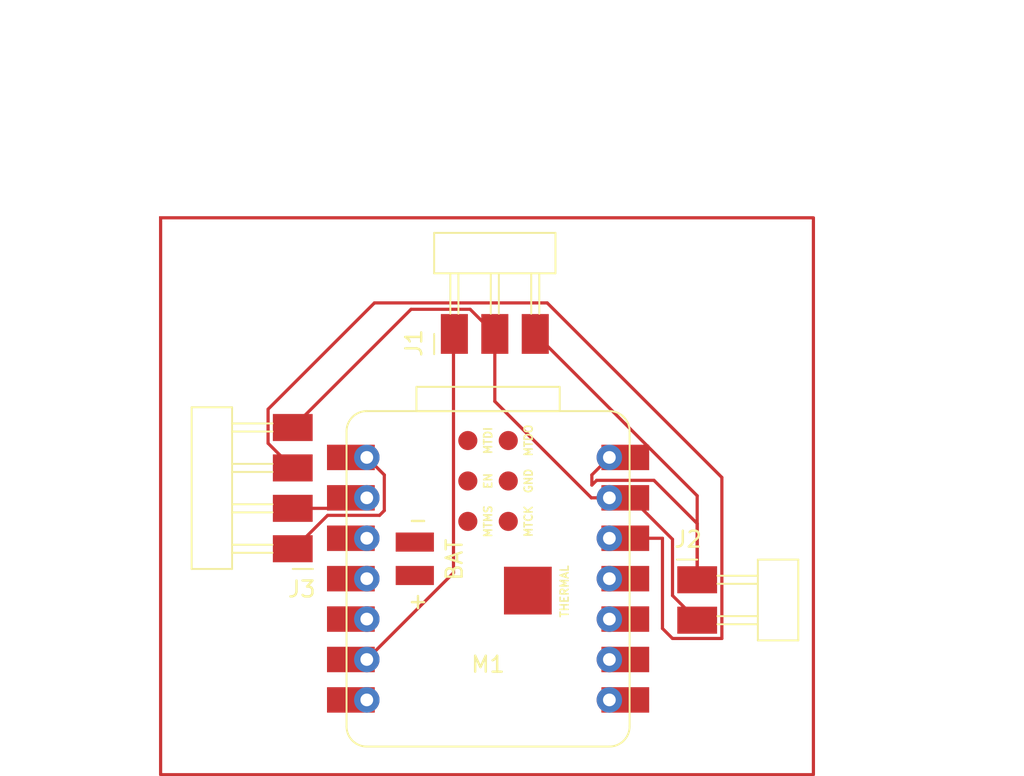
<source format=kicad_pcb>
(kicad_pcb (version 20240108) (generator "pcbnew") (generator_version "8.0")
  (layers (0 "F.Cu" signal) (31 "B.Cu" signal) (34 "B.Paste" user) (35 "F.Paste" user) (36 "B.SilkS" user "B.Silkscreen") (37 "F.SilkS" user "F.Silkscreen") (38 "B.Mask" user) (39 "F.Mask" user) (44 "Edge.Cuts" user))
  (net 0 "")
  (net 1 "PWR_GND")
  (net 2 "Net-(J1-Pin_1)")
  (net 3 "PWR_5V")
  (net 4 "Net-(J3-Pin_1)")
  (net 5 "Net-(J3-Pin_2)")
  (net 6 "PWR_3V3")
  (footprint "fab:SeeedStudio_XIAO_ESP32C3" (layer "F.Cu") (at 144.565 108.68)
    (property "Reference" "M1" (at 0 5.39 0) (layer "F.SilkS"))
    (property "Value" "Module_XIAO-ESP32C3")
    (fp_line (start -8.8875 9.281) (end -8.8875 -9.261) (stroke (width 0.12)) (layer "F.SilkS"))
    (fp_line (start -7.6175 -10.531) (end 7.6225 -10.531) (stroke (width 0.12)) (layer "F.SilkS"))
    (fp_line (start 7.6225 10.551) (end -7.6175 10.551) (stroke (width 0.12)) (layer "F.SilkS"))
    (fp_line (start 8.8925 -9.261) (end 8.8925 9.281) (stroke (width 0.12)) (layer "F.SilkS"))
    (fp_rect (start -4.4975 -10.531) (end 4.5025 -12.055) (stroke (width 0.12)) (fill none) (layer "F.SilkS"))
    (fp_arc (start -8.8875 -9.261) (mid -8.515526 -10.159026) (end -7.6175 -10.531) (stroke (width 0.12)) (layer "F.SilkS"))
    (fp_arc (start -7.6175 10.551) (mid -8.515526 10.179026) (end -8.8875 9.281) (stroke (width 0.12)) (layer "F.SilkS"))
    (fp_arc (start 7.6225 -10.531) (mid 8.520526 -10.159026) (end 8.8925 -9.261) (stroke (width 0.12)) (layer "F.SilkS"))
    (fp_arc (start 8.8925 9.281) (mid 8.520526 10.179026) (end 7.6225 10.551) (stroke (width 0.12)) (layer "F.SilkS"))
    (fp_text user "THERMAL" (at 4.8 0.8 90) (layer "F.SilkS") (effects (font (size 0.5 0.5) (thickness 0.1) (bold yes))))
    (fp_text user "BAT" (at -2.7 -1.2 90) (layer "F.SilkS") (effects (justify top)))
    (fp_text user "MTDI" (at 0 -8.68 90) (layer "F.SilkS") (effects (font (size 0.5 0.5) (thickness 0.1) (bold yes))))
    (fp_text user "MTDO" (at 2.54 -8.68 90) (layer "F.SilkS") (effects (font (size 0.5 0.5) (thickness 0.1) (bold yes))))
    (fp_text user "EN" (at 0 -6.14 90) (layer "F.SilkS") (effects (font (size 0.5 0.5) (thickness 0.1) (bold yes))))
    (fp_text user "-" (at -4.4 -3.7 0) (layer "F.SilkS"))
    (fp_text user "MTCK" (at 2.54 -3.6 90) (layer "F.SilkS") (effects (font (size 0.5 0.5) (thickness 0.1) (bold yes))))
    (fp_text user "+" (at -4.4 1.4 0) (layer "F.SilkS"))
    (fp_text user "MTMS" (at 0 -3.6 90) (layer "F.SilkS") (effects (font (size 0.5 0.5) (thickness 0.1) (bold yes))))
    (fp_text user "GND" (at 2.54 -6.14 90) (layer "F.SilkS") (effects (font (size 0.5 0.5) (thickness 0.1) (bold yes))))
    (pad "1" thru_hole circle (at -7.615 -7.62) (size 1.6 1.6) (drill 0.8) (layers "*.Cu" "*.Mask") (net 4 "Net-(J3-Pin_1)"))
    (pad "1" smd rect (at -7.615 -7.62) (size 3 1.6) (drill (offset -1 0)) (layers "F.Cu" "F.Paste" "F.Mask") (net 4 "Net-(J3-Pin_1)"))
    (pad "2" thru_hole circle (at -7.615 -5.08) (size 1.6 1.6) (drill 0.8) (layers "*.Cu" "*.Mask") (net 5 "Net-(J3-Pin_2)"))
    (pad "2" smd rect (at -7.615 -5.08) (size 3 1.6) (drill (offset -1 0)) (layers "F.Cu" "F.Paste" "F.Mask") (net 5 "Net-(J3-Pin_2)"))
    (pad "3" thru_hole circle (at -7.615 -2.54) (size 1.6 1.6) (drill 0.8) (layers "*.Cu" "*.Mask"))
    (pad "3" smd rect (at -7.615 -2.54) (size 3 1.6) (drill (offset -1 0)) (layers "F.Cu" "F.Paste" "F.Mask"))
    (pad "4" thru_hole circle (at -7.615 0) (size 1.6 1.6) (drill 0.8) (layers "*.Cu" "*.Mask"))
    (pad "4" smd rect (at -7.615 0) (size 3 1.6) (drill (offset -1 0)) (layers "F.Cu" "F.Paste" "F.Mask"))
    (pad "5" thru_hole circle (at -7.615 2.54) (size 1.6 1.6) (drill 0.8) (layers "*.Cu" "*.Mask"))
    (pad "5" smd rect (at -7.615 2.54) (size 3 1.6) (drill (offset -1 0)) (layers "F.Cu" "F.Paste" "F.Mask"))
    (pad "6" thru_hole circle (at -7.615 5.08) (size 1.6 1.6) (drill 0.8) (layers "*.Cu" "*.Mask") (net 2 "Net-(J1-Pin_1)"))
    (pad "6" smd rect (at -7.615 5.08) (size 3 1.6) (drill (offset -1 0)) (layers "F.Cu" "F.Paste" "F.Mask") (net 2 "Net-(J1-Pin_1)"))
    (pad "7" thru_hole circle (at -7.615 7.62) (size 1.6 1.6) (drill 0.8) (layers "*.Cu" "*.Mask"))
    (pad "7" smd rect (at -7.615 7.62) (size 3 1.6) (drill (offset -1 0)) (layers "F.Cu" "F.Paste" "F.Mask"))
    (pad "8" thru_hole circle (at 7.62 7.62) (size 1.6 1.6) (drill 0.8) (layers "*.Cu" "*.Mask"))
    (pad "8" smd rect (at 7.62 7.62) (size 3 1.6) (drill (offset 1 0)) (layers "F.Cu" "F.Paste" "F.Mask"))
    (pad "9" thru_hole circle (at 7.62 5.08) (size 1.6 1.6) (drill 0.8) (layers "*.Cu" "*.Mask"))
    (pad "9" smd rect (at 7.62 5.08) (size 3 1.6) (drill (offset 1 0)) (layers "F.Cu" "F.Paste" "F.Mask"))
    (pad "10" thru_hole circle (at 7.62 2.54) (size 1.6 1.6) (drill 0.8) (layers "*.Cu" "*.Mask"))
    (pad "10" smd rect (at 7.62 2.54) (size 3 1.6) (drill (offset 1 0)) (layers "F.Cu" "F.Paste" "F.Mask"))
    (pad "11" thru_hole circle (at 7.62 0) (size 1.6 1.6) (drill 0.8) (layers "*.Cu" "*.Mask"))
    (pad "11" smd rect (at 7.62 0) (size 3 1.6) (drill (offset 1 0)) (layers "F.Cu" "F.Paste" "F.Mask"))
    (pad "12" thru_hole circle (at 7.62 -2.54) (size 1.6 1.6) (drill 0.8) (layers "*.Cu" "*.Mask") (net 6 "PWR_3V3"))
    (pad "12" smd rect (at 7.62 -2.54) (size 3 1.6) (drill (offset 1 0)) (layers "F.Cu" "F.Paste" "F.Mask") (net 6 "PWR_3V3"))
    (pad "13" thru_hole circle (at 7.62 -5.08) (size 1.6 1.6) (drill 0.8) (layers "*.Cu" "*.Mask") (net 1 "PWR_GND"))
    (pad "13" smd rect (at 7.62 -5.08) (size 3 1.6) (drill (offset 1 0)) (layers "F.Cu" "F.Paste" "F.Mask") (net 1 "PWR_GND"))
    (pad "14" thru_hole circle (at 7.62 -7.62) (size 1.6 1.6) (drill 0.8) (layers "*.Cu" "*.Mask") (net 3 "PWR_5V"))
    (pad "14" smd rect (at 7.62 -7.62) (size 3 1.6) (drill (offset 1 0)) (layers "F.Cu" "F.Paste" "F.Mask") (net 3 "PWR_5V"))
    (pad "15" smd rect (at -4.6 -2.3) (size 2.4 1.2) (layers "F.Cu" "F.Paste" "F.Mask"))
    (pad "16" smd rect (at -4.6 -0.2) (size 2.4 1.2) (layers "F.Cu" "F.Paste" "F.Mask"))
    (pad "17" smd circle (at -1.27 -8.68) (size 1.2 1.2) (layers "F.Cu" "F.Paste" "F.Mask"))
    (pad "18" smd circle (at -1.27 -6.14) (size 1.2 1.2) (layers "F.Cu" "F.Paste" "F.Mask"))
    (pad "19" smd circle (at -1.27 -3.6) (size 1.2 1.2) (layers "F.Cu" "F.Paste" "F.Mask"))
    (pad "20" smd circle (at 1.27 -3.6) (size 1.2 1.2) (layers "F.Cu" "F.Paste" "F.Mask"))
    (pad "21" smd circle (at 1.27 -6.14) (size 1.2 1.2) (layers "F.Cu" "F.Paste" "F.Mask"))
    (pad "22" smd circle (at 1.27 -8.68) (size 1.2 1.2) (layers "F.Cu" "F.Paste" "F.Mask"))
    (pad "23" smd rect (at 2.5 0.75) (size 3 3) (layers "F.Cu" "F.Paste" "F.Mask"))
  )
  (footprint "fab:PinHeader_1x03_P2.54mm_Horizontal_SMD" (layer "F.Cu") (at 142.45 93.3 90)
    (property "Reference" "J1" (at -1.524 -2.54 -90) (layer "F.SilkS") (effects (justify left)))
    (property "Value" "Conn_PinHeader_1x03_P2.54mm_Horizontal_SMD")
    (fp_line (start 6.35 -1.27) (end 6.35 6.35) (stroke (width 0.12)) (layer "F.SilkS"))
    (fp_line (start 3.81 -1.27) (end 6.35 -1.27) (stroke (width 0.12)) (layer "F.SilkS"))
    (fp_line (start -1.27 -1.27) (end 0 -1.27) (stroke (width 0.12)) (layer "F.SilkS"))
    (fp_line (start 3.81 -0.254) (end 1.27 -0.254) (stroke (width 0.12)) (layer "F.SilkS"))
    (fp_line (start 3.81 0.254) (end 1.27 0.254) (stroke (width 0.12)) (layer "F.SilkS"))
    (fp_line (start 3.81 2.286) (end 1.27 2.286) (stroke (width 0.12)) (layer "F.SilkS"))
    (fp_line (start 3.81 2.794) (end 1.27 2.794) (stroke (width 0.12)) (layer "F.SilkS"))
    (fp_line (start 3.81 4.826) (end 1.27 4.826) (stroke (width 0.12)) (layer "F.SilkS"))
    (fp_line (start 3.81 5.334) (end 1.27 5.334) (stroke (width 0.12)) (layer "F.SilkS"))
    (fp_line (start 6.35 6.35) (end 3.81 6.35) (stroke (width 0.12)) (layer "F.SilkS"))
    (fp_line (start 3.81 6.35) (end 3.81 -1.27) (stroke (width 0.12)) (layer "F.SilkS"))
    (pad "1" smd rect (at 0 0 90) (size 2.5 1.7) (layers "F.Cu" "F.Paste" "F.Mask") (net 2 "Net-(J1-Pin_1)"))
    (pad "2" smd rect (at 0 2.54 90) (size 2.5 1.7) (layers "F.Cu" "F.Paste" "F.Mask") (net 1 "PWR_GND"))
    (pad "3" smd rect (at 0 5.08 90) (size 2.5 1.7) (layers "F.Cu" "F.Paste" "F.Mask") (net 3 "PWR_5V"))
  )
  (footprint "fab:PinHeader_1x04_P2.54mm_Horizontal_SMD" (layer "F.Cu") (at 132.3 106.8 180)
    (property "Reference" "J3" (at -1.524 -2.54 180) (layer "F.SilkS") (effects (justify right)))
    (property "Value" "Conn_PinHeader_1x04_P2.54mm_Horizontal_SMD")
    (fp_line (start 6.35 8.89) (end 3.81 8.89) (stroke (width 0.12)) (layer "F.SilkS"))
    (fp_line (start 6.35 -1.27) (end 6.35 8.89) (stroke (width 0.12)) (layer "F.SilkS"))
    (fp_line (start 3.81 8.89) (end 3.81 -1.27) (stroke (width 0.12)) (layer "F.SilkS"))
    (fp_line (start 3.81 7.874) (end 1.27 7.874) (stroke (width 0.12)) (layer "F.SilkS"))
    (fp_line (start 3.81 7.366) (end 1.27 7.366) (stroke (width 0.12)) (layer "F.SilkS"))
    (fp_line (start 3.81 5.334) (end 1.27 5.334) (stroke (width 0.12)) (layer "F.SilkS"))
    (fp_line (start 3.81 4.826) (end 1.27 4.826) (stroke (width 0.12)) (layer "F.SilkS"))
    (fp_line (start 3.81 2.794) (end 1.27 2.794) (stroke (width 0.12)) (layer "F.SilkS"))
    (fp_line (start 3.81 2.286) (end 1.27 2.286) (stroke (width 0.12)) (layer "F.SilkS"))
    (fp_line (start 3.81 0.254) (end 1.27 0.254) (stroke (width 0.12)) (layer "F.SilkS"))
    (fp_line (start 3.81 -0.254) (end 1.27 -0.254) (stroke (width 0.12)) (layer "F.SilkS"))
    (fp_line (start 3.81 -1.27) (end 6.35 -1.27) (stroke (width 0.12)) (layer "F.SilkS"))
    (fp_line (start -1.27 -1.27) (end 0 -1.27) (stroke (width 0.12)) (layer "F.SilkS"))
    (pad "1" smd rect (at 0 0 180) (size 2.5 1.7) (layers "F.Cu" "F.Paste" "F.Mask") (net 4 "Net-(J3-Pin_1)"))
    (pad "2" smd rect (at 0 2.54 180) (size 2.5 1.7) (layers "F.Cu" "F.Paste" "F.Mask") (net 5 "Net-(J3-Pin_2)"))
    (pad "3" smd rect (at 0 5.08 180) (size 2.5 1.7) (layers "F.Cu" "F.Paste" "F.Mask") (net 6 "PWR_3V3"))
    (pad "4" smd rect (at 0 7.62 180) (size 2.5 1.7) (layers "F.Cu" "F.Paste" "F.Mask") (net 1 "PWR_GND"))
  )
  (footprint "fab:PinHeader_1x02_P2.54mm_Horizontal_SMD" (layer "F.Cu") (at 157.7 108.75)
    (property "Reference" "J2" (at -1.524 -2.54 180) (layer "F.SilkS") (effects (justify left)))
    (property "Value" "Conn_PinHeader_UPDI_1x02_P2.54mm_Horizontal_SMD")
    (fp_line (start -1.27 -1.27) (end 0 -1.27) (stroke (width 0.12)) (layer "F.SilkS"))
    (fp_line (start 3.81 -1.27) (end 6.35 -1.27) (stroke (width 0.12)) (layer "F.SilkS"))
    (fp_line (start 3.81 -0.254) (end 1.27 -0.254) (stroke (width 0.12)) (layer "F.SilkS"))
    (fp_line (start 3.81 0.254) (end 1.27 0.254) (stroke (width 0.12)) (layer "F.SilkS"))
    (fp_line (start 3.81 2.286) (end 1.27 2.286) (stroke (width 0.12)) (layer "F.SilkS"))
    (fp_line (start 3.81 2.794) (end 1.27 2.794) (stroke (width 0.12)) (layer "F.SilkS"))
    (fp_line (start 3.81 3.81) (end 3.81 -1.27) (stroke (width 0.12)) (layer "F.SilkS"))
    (fp_line (start 6.35 -1.27) (end 6.35 3.81) (stroke (width 0.12)) (layer "F.SilkS"))
    (fp_line (start 6.35 3.81) (end 3.81 3.81) (stroke (width 0.12)) (layer "F.SilkS"))
    (pad "1" smd rect (at 0 0) (size 2.5 1.7) (layers "F.Cu" "F.Paste" "F.Mask") (net 3 "PWR_5V"))
    (pad "2" smd rect (at 0 2.54) (size 2.5 1.7) (layers "F.Cu" "F.Paste" "F.Mask") (net 1 "PWR_GND"))
  )
  (gr_rect (start 124 86) (end 165 121) (stroke (width 0.2)) (fill none) (layer "F.Cu"))
  (segment (start 143.44 91.75) (end 144.99 93.3) (width 0.2) (layer "F.Cu") (net 1))
  (segment (start 152.185 103.6) (end 153.545 103.6) (width 0.2) (layer "F.Cu") (net 1))
  (segment (start 139.73 91.75) (end 143.44 91.75) (width 0.2) (layer "F.Cu") (net 1))
  (segment (start 132.3 99.18) (end 139.73 91.75) (width 0.2) (layer "F.Cu") (net 1))
  (segment (start 156.15 106.205) (end 156.15 109.74) (width 0.2) (layer "F.Cu") (net 1))
  (segment (start 144.99 97.53637) (end 144.99 93.3) (width 0.2) (layer "F.Cu") (net 1))
  (segment (start 153.545 103.6) (end 156.15 106.205) (width 0.2) (layer "F.Cu") (net 1))
  (segment (start 151.05363 103.6) (end 144.99 97.53637) (width 0.2) (layer "F.Cu") (net 1))
  (segment (start 156.15 109.74) (end 157.7 111.29) (width 0.2) (layer "F.Cu") (net 1))
  (segment (start 152.185 103.6) (end 151.05363 103.6) (width 0.2) (layer "F.Cu") (net 1))
  (segment (start 142.395 108.315) (end 136.95 113.76) (width 0.2) (layer "F.Cu") (net 2))
  (segment (start 142.45 93.3) (end 142.395 93.355) (width 0.2) (layer "F.Cu") (net 2))
  (segment (start 142.395 93.355) (end 142.395 108.315) (width 0.2) (layer "F.Cu") (net 2))
  (segment (start 151.385 102.5) (end 154.985 102.5) (width 0.2) (layer "F.Cu") (net 3))
  (segment (start 151.085 102.16) (end 151.085 102.8) (width 0.2) (layer "F.Cu") (net 3))
  (segment (start 152.185 101.06) (end 151.085 102.16) (width 0.2) (layer "F.Cu") (net 3))
  (segment (start 154.985 102.5) (end 157.7 105.215) (width 0.2) (layer "F.Cu") (net 3))
  (segment (start 157.7 103.47) (end 157.7 108.75) (width 0.2) (layer "F.Cu") (net 3))
  (segment (start 147.53 93.3) (end 157.7 103.47) (width 0.2) (layer "F.Cu") (net 3))
  (segment (start 151.085 102.8) (end 151.385 102.5) (width 0.2) (layer "F.Cu") (net 3))
  (segment (start 157.7 105.215) (end 157.7 108.75) (width 0.2) (layer "F.Cu") (net 3))
  (segment (start 132.3 106.8) (end 132.39 106.8) (width 0.2) (layer "F.Cu") (net 4))
  (segment (start 137.75 104.7) (end 138.05 104.4) (width 0.2) (layer "F.Cu") (net 4))
  (segment (start 134.49 104.7) (end 137.75 104.7) (width 0.2) (layer "F.Cu") (net 4))
  (segment (start 132.39 106.8) (end 134.49 104.7) (width 0.2) (layer "F.Cu") (net 4))
  (segment (start 138.05 104.4) (end 138.05 102.16) (width 0.2) (layer "F.Cu") (net 4))
  (segment (start 138.05 102.16) (end 136.95 101.06) (width 0.2) (layer "F.Cu") (net 4))
  (segment (start 132.3 104.26) (end 136.29 104.26) (width 0.2) (layer "F.Cu") (net 5))
  (segment (start 136.29 104.26) (end 136.95 103.6) (width 0.2) (layer "F.Cu") (net 5))
  (segment (start 148.28 91.35) (end 159.25 102.32) (width 0.2) (layer "F.Cu") (net 6))
  (segment (start 155.519314 111.809314) (end 155.519314 106.14) (width 0.2) (layer "F.Cu") (net 6))
  (segment (start 155.519314 106.14) (end 152.185 106.14) (width 0.2) (layer "F.Cu") (net 6))
  (segment (start 159.25 112.44) (end 156.15 112.44) (width 0.2) (layer "F.Cu") (net 6))
  (segment (start 132.3 101.72) (end 130.75 100.17) (width 0.2) (layer "F.Cu") (net 6))
  (segment (start 137.43 91.35) (end 148.28 91.35) (width 0.2) (layer "F.Cu") (net 6))
  (segment (start 156.15 112.44) (end 155.519314 111.809314) (width 0.2) (layer "F.Cu") (net 6))
  (segment (start 130.75 100.17) (end 130.75 98.03) (width 0.2) (layer "F.Cu") (net 6))
  (segment (start 159.25 102.32) (end 159.25 112.44) (width 0.2) (layer "F.Cu") (net 6))
  (segment (start 130.75 98.03) (end 137.43 91.35) (width 0.2) (layer "F.Cu") (net 6))
)
</source>
